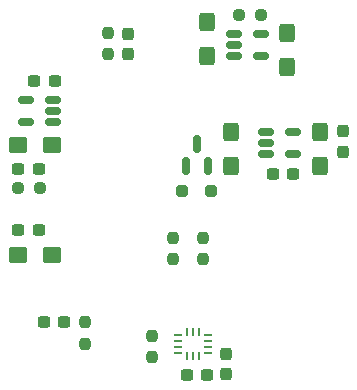
<source format=gtp>
G04 #@! TF.GenerationSoftware,KiCad,Pcbnew,7.0.2*
G04 #@! TF.CreationDate,2025-02-26T19:17:01+01:00*
G04 #@! TF.ProjectId,testESP32_2,74657374-4553-4503-9332-5f322e6b6963,rev?*
G04 #@! TF.SameCoordinates,Original*
G04 #@! TF.FileFunction,Paste,Top*
G04 #@! TF.FilePolarity,Positive*
%FSLAX46Y46*%
G04 Gerber Fmt 4.6, Leading zero omitted, Abs format (unit mm)*
G04 Created by KiCad (PCBNEW 7.0.2) date 2025-02-26 19:17:01*
%MOMM*%
%LPD*%
G01*
G04 APERTURE LIST*
G04 Aperture macros list*
%AMRoundRect*
0 Rectangle with rounded corners*
0 $1 Rounding radius*
0 $2 $3 $4 $5 $6 $7 $8 $9 X,Y pos of 4 corners*
0 Add a 4 corners polygon primitive as box body*
4,1,4,$2,$3,$4,$5,$6,$7,$8,$9,$2,$3,0*
0 Add four circle primitives for the rounded corners*
1,1,$1+$1,$2,$3*
1,1,$1+$1,$4,$5*
1,1,$1+$1,$6,$7*
1,1,$1+$1,$8,$9*
0 Add four rect primitives between the rounded corners*
20,1,$1+$1,$2,$3,$4,$5,0*
20,1,$1+$1,$4,$5,$6,$7,0*
20,1,$1+$1,$6,$7,$8,$9,0*
20,1,$1+$1,$8,$9,$2,$3,0*%
G04 Aperture macros list end*
%ADD10RoundRect,0.237500X0.237500X-0.250000X0.237500X0.250000X-0.237500X0.250000X-0.237500X-0.250000X0*%
%ADD11RoundRect,0.237500X-0.300000X-0.237500X0.300000X-0.237500X0.300000X0.237500X-0.300000X0.237500X0*%
%ADD12RoundRect,0.250000X0.425000X-0.537500X0.425000X0.537500X-0.425000X0.537500X-0.425000X-0.537500X0*%
%ADD13RoundRect,0.250000X0.250000X0.250000X-0.250000X0.250000X-0.250000X-0.250000X0.250000X-0.250000X0*%
%ADD14RoundRect,0.237500X0.300000X0.237500X-0.300000X0.237500X-0.300000X-0.237500X0.300000X-0.237500X0*%
%ADD15RoundRect,0.237500X-0.250000X-0.237500X0.250000X-0.237500X0.250000X0.237500X-0.250000X0.237500X0*%
%ADD16RoundRect,0.237500X-0.237500X0.300000X-0.237500X-0.300000X0.237500X-0.300000X0.237500X0.300000X0*%
%ADD17RoundRect,0.150000X0.150000X-0.587500X0.150000X0.587500X-0.150000X0.587500X-0.150000X-0.587500X0*%
%ADD18RoundRect,0.150000X0.512500X0.150000X-0.512500X0.150000X-0.512500X-0.150000X0.512500X-0.150000X0*%
%ADD19RoundRect,0.237500X-0.237500X0.287500X-0.237500X-0.287500X0.237500X-0.287500X0.237500X0.287500X0*%
%ADD20RoundRect,0.250000X-0.537500X-0.425000X0.537500X-0.425000X0.537500X0.425000X-0.537500X0.425000X0*%
%ADD21RoundRect,0.237500X0.250000X0.237500X-0.250000X0.237500X-0.250000X-0.237500X0.250000X-0.237500X0*%
%ADD22RoundRect,0.237500X-0.237500X0.250000X-0.237500X-0.250000X0.237500X-0.250000X0.237500X0.250000X0*%
%ADD23RoundRect,0.250000X-0.425000X0.537500X-0.425000X-0.537500X0.425000X-0.537500X0.425000X0.537500X0*%
%ADD24R,0.675000X0.250000*%
%ADD25R,0.250000X0.675000*%
%ADD26RoundRect,0.150000X-0.512500X-0.150000X0.512500X-0.150000X0.512500X0.150000X-0.512500X0.150000X0*%
G04 APERTURE END LIST*
D10*
X191050000Y-90875000D03*
X191050000Y-89050000D03*
D11*
X185450000Y-81300000D03*
X187175000Y-81300000D03*
D12*
X208200000Y-67500000D03*
X208200000Y-64625000D03*
D13*
X201777500Y-77950000D03*
X199277500Y-77950000D03*
D14*
X189350000Y-89050000D03*
X187625000Y-89050000D03*
D15*
X204125000Y-63050000D03*
X205950000Y-63050000D03*
D16*
X203050000Y-91750000D03*
X203050000Y-93475000D03*
D17*
X199600000Y-75875000D03*
X201500000Y-75875000D03*
X200550000Y-74000000D03*
D18*
X188387500Y-72150000D03*
X188387500Y-71200000D03*
X188387500Y-70250000D03*
X186112500Y-70250000D03*
X186112500Y-72150000D03*
D19*
X194700000Y-64650000D03*
X194700000Y-66400000D03*
D11*
X185450000Y-76100000D03*
X187175000Y-76100000D03*
D20*
X185400000Y-74100000D03*
X188275000Y-74100000D03*
D11*
X199700000Y-93550000D03*
X201425000Y-93550000D03*
D21*
X187275000Y-77700000D03*
X185450000Y-77700000D03*
D22*
X193000000Y-64575000D03*
X193000000Y-66400000D03*
X198550000Y-81925000D03*
X198550000Y-83750000D03*
D11*
X186800000Y-68650000D03*
X188525000Y-68650000D03*
D23*
X210950000Y-72950000D03*
X210950000Y-75825000D03*
D14*
X208700000Y-76500000D03*
X206975000Y-76500000D03*
D12*
X201400000Y-66550000D03*
X201400000Y-63675000D03*
D22*
X201100000Y-81925000D03*
X201100000Y-83750000D03*
D20*
X185450000Y-83400000D03*
X188325000Y-83400000D03*
D22*
X196800000Y-90200000D03*
X196800000Y-92025000D03*
D16*
X212950000Y-72925000D03*
X212950000Y-74650000D03*
D24*
X198937500Y-90187500D03*
X198937500Y-90687500D03*
X198937500Y-91187500D03*
X198937500Y-91687500D03*
D25*
X199700000Y-91950000D03*
X200200000Y-91950000D03*
X200700000Y-91950000D03*
D24*
X201462500Y-91687500D03*
X201462500Y-91187500D03*
X201462500Y-90687500D03*
X201462500Y-90187500D03*
D25*
X200700000Y-89925000D03*
X200200000Y-89925000D03*
X199700000Y-89925000D03*
D23*
X203450000Y-72950000D03*
X203450000Y-75825000D03*
D26*
X203700000Y-64650000D03*
X203700000Y-65600000D03*
X203700000Y-66550000D03*
X205975000Y-66550000D03*
X205975000Y-64650000D03*
X206425000Y-72950000D03*
X206425000Y-73900000D03*
X206425000Y-74850000D03*
X208700000Y-74850000D03*
X208700000Y-72950000D03*
M02*

</source>
